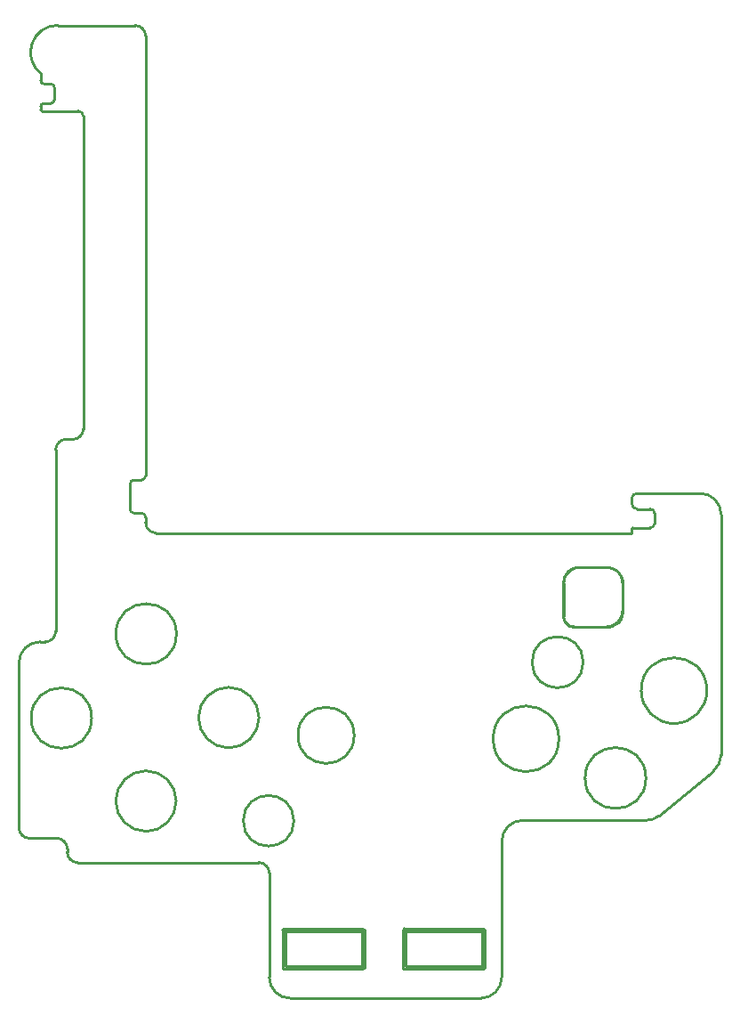
<source format=gko>
G04 Layer: BoardOutline*
G04 EasyEDA v6.4.20.5, 2021-08-18T22:14:52--7:00*
G04 eca6c54442ec4921a630a3887de3cdb3,1286d1f709c949e68cfeef46812bcf49,10*
G04 Gerber Generator version 0.2*
G04 Scale: 100 percent, Rotated: No, Reflected: No *
G04 Dimensions in millimeters *
G04 leading zeros omitted , absolute positions ,4 integer and 5 decimal *
%FSLAX45Y45*%
%MOMM*%

%ADD10C,0.2540*%
D10*
X10464794Y4061294D02*
G01*
X10464794Y3744655D01*
X10877219Y4211294D02*
G01*
X10614797Y4211294D01*
X11027219Y3794655D02*
G01*
X11027219Y4061294D01*
X10564794Y3644653D02*
G01*
X10877219Y3644653D01*
X6586951Y4536500D02*
G01*
X11115184Y4536500D01*
X11115184Y4575944D01*
X11125184Y4585944D02*
G01*
X11291338Y4585944D01*
X11331338Y4625944D02*
G01*
X11331338Y4724227D01*
X11291338Y4764227D02*
G01*
X11165187Y4764227D01*
X11115184Y4814227D02*
G01*
X11115184Y4864227D01*
X11165187Y4914226D02*
G01*
X11764982Y4914226D01*
X11964982Y4714227D02*
G01*
X11964982Y2427825D01*
X11378902Y1849480D02*
G01*
X11892356Y2273632D01*
X11251526Y1803674D02*
G01*
X10077526Y1803674D01*
X9877526Y1603672D02*
G01*
X9877526Y312219D01*
X9677527Y112219D02*
G01*
X7864038Y112219D01*
X7664038Y312219D02*
G01*
X7664038Y1303009D01*
X7564038Y1403009D02*
G01*
X5840856Y1403009D01*
X5740857Y1503009D02*
G01*
X5740857Y1533558D01*
X5640857Y1633557D02*
G01*
X5381617Y1633557D01*
X5281617Y3301535D02*
G01*
X5281617Y1733557D01*
X5481617Y3501534D02*
G01*
X5531617Y3501534D01*
X5631616Y3601534D02*
G01*
X5631616Y5326781D01*
X5731616Y5426781D02*
G01*
X5794159Y5426781D01*
X6486951Y4685169D02*
G01*
X6486951Y4636500D01*
X6446951Y4725169D02*
G01*
X6378501Y4725169D01*
X6338501Y4765169D02*
G01*
X6338501Y5000627D01*
X6378501Y5040627D02*
G01*
X6446951Y5040627D01*
X6486951Y9261980D02*
G01*
X6486951Y9236468D01*
X6486951Y5080627D02*
G01*
X6486951Y9236468D01*
X5647837Y9361980D02*
G01*
X6386951Y9361980D01*
X5894158Y8499795D02*
G01*
X5894158Y5526780D01*
X5498020Y8549794D02*
G01*
X5538020Y8549794D01*
X5488020Y8592756D02*
G01*
X5488020Y8559794D01*
X5538020Y8549794D02*
G01*
X5844159Y8549794D01*
X5587405Y8622756D02*
G01*
X5518020Y8622756D01*
X5617405Y8776393D02*
G01*
X5617405Y8652756D01*
X5488020Y8836393D02*
G01*
X5488020Y8908630D01*
X5518020Y8806393D02*
G01*
X5587405Y8806393D01*
G75*
G01*
X5488021Y8836393D02*
G03*
X5518020Y8806393I29999J0D01*
G75*
G01*
X5617406Y8776393D02*
G03*
X5587406Y8806393I-30000J0D01*
G75*
G01*
X5587406Y8622756D02*
G03*
X5617406Y8652756I0J30000D01*
G75*
G01*
X5518020Y8622756D02*
G03*
X5488021Y8592757I0J-29999D01*
G75*
G01*
X5488021Y8559795D02*
G03*
X5498021Y8549795I9999J0D01*
G75*
G01*
X5894159Y8499795D02*
G03*
X5844159Y8549795I-50000J0D01*
G75*
G01*
X6486952Y9261980D02*
G03*
X6386952Y9361980I-100000J0D01*
G75*
G01*
X6446952Y5040627D02*
G03*
X6486952Y5080627I0J40000D01*
G75*
G01*
X6378501Y5040627D02*
G03*
X6338501Y5000628I0J-39999D01*
G75*
G01*
X6338501Y4765170D02*
G03*
X6378501Y4725170I40000J0D01*
G75*
G01*
X6486952Y4685170D02*
G03*
X6446952Y4725170I-40000J0D01*
G75*
G01*
X6486952Y4636501D02*
G03*
X6586952Y4536501I100000J0D01*
G75*
G01*
X5794159Y5426781D02*
G03*
X5894159Y5526781I0J100000D01*
G75*
G01*
X5731617Y5426781D02*
G03*
X5631617Y5326781I0J-100000D01*
G75*
G01*
X5531617Y3501535D02*
G03*
X5631617Y3601535I0J100000D01*
G75*
G01*
X5481617Y3501535D02*
G03*
X5281618Y3301535I0J-200000D01*
G75*
G01*
X5281618Y1733558D02*
G03*
X5381617Y1633558I99999J0D01*
G75*
G01*
X5740857Y1533558D02*
G03*
X5640857Y1633558I-100000J0D01*
G75*
G01*
X5740857Y1503009D02*
G03*
X5840857Y1403010I100000J0D01*
G75*
G01*
X7664039Y1303010D02*
G03*
X7564039Y1403010I-100000J0D01*
G75*
G01*
X7664039Y312219D02*
G03*
X7864038Y112220I199999J0D01*
G75*
G01*
X9677527Y112220D02*
G03*
X9877527Y312219I0J199999D01*
G75*
G01*
X10077526Y1803674D02*
G03*
X9877527Y1603672I0J-199999D01*
G75*
G01*
X11251527Y1803674D02*
G03*
X11378903Y1849481I1J200000D01*
G75*
G01*
X11892356Y2273633D02*
G03*
X11964982Y2427826I-127373J154194D01*
G75*
G01*
X11964982Y4714227D02*
G03*
X11764983Y4914227I-199999J0D01*
G75*
G01*
X11165187Y4914227D02*
G03*
X11115185Y4864227I-2J-50000D01*
G75*
G01*
X11115185Y4814227D02*
G03*
X11165187Y4764227I50000J0D01*
G75*
G01*
X11331339Y4724227D02*
G03*
X11291339Y4764227I-40000J0D01*
G75*
G01*
X11291339Y4585945D02*
G03*
X11331339Y4625945I0J40000D01*
G75*
G01*
X11125185Y4585945D02*
G03*
X11115185Y4575945I0J-10000D01*
G75*
G01*
X10877220Y3644654D02*
G03*
X11027219Y3794656I0J149999D01*
G75*
G01*
X10464795Y3744656D02*
G03*
X10564795Y3644654I100000J-3D01*
G75*
G01*
X5647825Y9363591D02*
G03*
X5486872Y8907229I2203J-257341D01*
G75*
G01*
X11027219Y4061295D02*
G03*
X10877220Y4211295I-149999J0D01*
G75*
G01*
X10614797Y4211295D02*
G03*
X10464795Y4061295I-2J-150000D01*
G75*
G01*
X5398008Y2776540D02*
G02*
X5973409Y2776540I287701J0D01*
G75*
G01*
X5973409Y2776540D02*
G02*
X5398008Y2776540I-287700J0D01*
X5398008Y2776540D02*
G01*
X5398008Y2776540D01*
G75*
G01*
X6205019Y3576427D02*
G02*
X6780421Y3576427I287701J0D01*
G75*
G01*
X6780421Y3576427D02*
G02*
X6205019Y3576427I-287701J0D01*
X6205019Y3576426D02*
G01*
X6205019Y3576426D01*
G75*
G01*
X6990743Y2781183D02*
G02*
X7566142Y2781183I287699J855D01*
G75*
G01*
X7566142Y2781183D02*
G02*
X6990743Y2781183I-287700J-855D01*
X6990742Y2781183D02*
G01*
X6990742Y2781183D01*
G75*
G01*
X6203239Y1987344D02*
G02*
X6778638Y1987344I287699J855D01*
G75*
G01*
X6778638Y1987344D02*
G02*
X6203239Y1987344I-287700J-855D01*
X6203238Y1987344D02*
G01*
X6203238Y1987344D01*
G75*
G01*
X7937495Y2612573D02*
G02*
X8472508Y2612573I267506J0D01*
G75*
G01*
X8472508Y2612573D02*
G02*
X7937495Y2612573I-267507J0D01*
X7937494Y2612572D02*
G01*
X7937494Y2612572D01*
G75*
G01*
X7416716Y1799788D02*
G02*
X7898168Y1799788I240726J0D01*
G75*
G01*
X7898168Y1799788D02*
G02*
X7416716Y1799788I-240726J0D01*
X7416716Y1799788D02*
G01*
X7416716Y1799788D01*
G75*
G01*
X8568240Y401681D02*
G02*
X8555540Y388981I-12700J0D01*
X8555540Y388980D02*
G01*
X7805539Y388980D01*
G75*
G01*
X7805539Y388981D02*
G02*
X7792839Y401681I0J12700D01*
X7792839Y401680D02*
G01*
X7792839Y761679D01*
G75*
G01*
X7792839Y761680D02*
G02*
X7805539Y774380I12700J0D01*
X7805539Y774379D02*
G01*
X8555540Y774379D01*
G75*
G01*
X8555540Y774380D02*
G02*
X8568240Y761680I0J-12700D01*
X8568240Y761679D02*
G01*
X8568240Y401680D01*
X8568240Y401680D02*
G01*
X8568240Y401680D01*
X8542840Y414380D02*
G01*
X8542840Y748979D01*
X8542840Y748979D02*
G01*
X7818239Y748979D01*
X7818239Y748979D02*
G01*
X7818239Y414380D01*
X7818239Y414380D02*
G01*
X8542840Y414380D01*
X8542840Y414380D02*
G01*
X8568240Y401680D01*
G75*
G01*
X9713445Y401681D02*
G02*
X9700745Y388981I-12700J0D01*
X9700745Y388980D02*
G01*
X8950746Y388980D01*
G75*
G01*
X8950747Y388981D02*
G02*
X8938047Y401681I0J12700D01*
X8938046Y401680D02*
G01*
X8938046Y761679D01*
G75*
G01*
X8938047Y761680D02*
G02*
X8950747Y774380I12700J0D01*
X8950746Y774379D02*
G01*
X9700745Y774379D01*
G75*
G01*
X9700745Y774380D02*
G02*
X9713445Y761680I0J-12700D01*
X9713445Y761679D02*
G01*
X9713445Y401680D01*
X9713445Y401680D02*
G01*
X9713445Y401680D01*
X9688045Y414380D02*
G01*
X9688045Y748979D01*
X9688045Y748979D02*
G01*
X8963446Y748979D01*
X8963446Y748979D02*
G01*
X8963446Y414380D01*
X8963446Y414380D02*
G01*
X9688045Y414380D01*
X9688045Y414380D02*
G01*
X9713445Y401680D01*
G75*
G01*
X9795817Y2579119D02*
G02*
X10421216Y2579119I312700J0D01*
G75*
G01*
X10421216Y2579119D02*
G02*
X9795817Y2579119I-312699J0D01*
X9795817Y2579118D02*
G01*
X9795817Y2579118D01*
G75*
G01*
X10165845Y3307552D02*
G02*
X10652280Y3307552I243217J0D01*
G75*
G01*
X10652280Y3307552D02*
G02*
X10165845Y3307552I-243218J0D01*
X10165844Y3307552D02*
G01*
X10165844Y3307552D01*
G75*
G01*
X11204760Y3037241D02*
G02*
X11830159Y3037241I312700J0D01*
G75*
G01*
X11830159Y3037241D02*
G02*
X11204760Y3037241I-312699J-1D01*
X11204760Y3037240D02*
G01*
X11204760Y3037240D01*
G75*
G01*
X10670446Y2206404D02*
G02*
X11249703Y2206404I289629J0D01*
G75*
G01*
X11249703Y2206404D02*
G02*
X10670446Y2206404I-289628J0D01*
X10670446Y2206404D02*
G01*
X10670446Y2206404D01*
X11010978Y4126989D02*
G01*
X11017978Y4110992D01*
X11017978Y4110992D02*
G01*
X11025977Y4080992D01*
X11025977Y4080992D02*
G01*
X11025977Y3780993D01*
X11025977Y3780993D02*
G01*
X11019977Y3750993D01*
X11019977Y3750993D02*
G01*
X11009977Y3722992D01*
X11009977Y3722992D02*
G01*
X10998977Y3703993D01*
X10998977Y3703993D02*
G01*
X10986978Y3687993D01*
X10986978Y3687993D02*
G01*
X10952977Y3664991D01*
X10952977Y3664991D02*
G01*
X10923978Y3649992D01*
X10923978Y3649992D02*
G01*
X10890978Y3642992D01*
X10890978Y3642992D02*
G01*
X10742978Y3640993D01*
X10742978Y3640993D02*
G01*
X10556979Y3640993D01*
X10556979Y3640993D02*
G01*
X10535978Y3647993D01*
X10535978Y3647993D02*
G01*
X10515978Y3655992D01*
X10515978Y3655992D02*
G01*
X10498978Y3669992D01*
X10498978Y3669992D02*
G01*
X10483979Y3686992D01*
X10483979Y3686992D02*
G01*
X10472978Y3704991D01*
X10472978Y3704991D02*
G01*
X10464980Y3726992D01*
X10464980Y3726992D02*
G01*
X10463979Y3733993D01*
X10463979Y3733993D02*
G01*
X10463979Y4058991D01*
X10463979Y4058991D02*
G01*
X10466979Y4085991D01*
X10466979Y4085991D02*
G01*
X10472978Y4113992D01*
X10472978Y4113992D02*
G01*
X10481978Y4133992D01*
X10481978Y4133992D02*
G01*
X10495978Y4153992D01*
X10495978Y4153992D02*
G01*
X10516979Y4174990D01*
X10516979Y4174990D02*
G01*
X10543979Y4193992D01*
X10543979Y4193992D02*
G01*
X10563979Y4202991D01*
X10563979Y4202991D02*
G01*
X10589978Y4209991D01*
X10589978Y4209991D02*
G01*
X10888977Y4211990D01*
X10888977Y4211990D02*
G01*
X10924979Y4203992D01*
X10924979Y4203992D02*
G01*
X10961977Y4186991D01*
X10961977Y4186991D02*
G01*
X10983978Y4167992D01*
X10983978Y4167992D02*
G01*
X10997979Y4149991D01*
X10997979Y4149991D02*
G01*
X11010978Y4126989D01*
X11010978Y4126989D02*
G01*
X11010978Y4126989D01*
X8942981Y765997D02*
G01*
X9704981Y766998D01*
X9704981Y766998D02*
G01*
X9704798Y397697D01*
X9704798Y397697D02*
G01*
X9705797Y396699D01*
X9705797Y396699D02*
G01*
X8939799Y396699D01*
X8939799Y396699D02*
G01*
X8939799Y446018D01*
X8939799Y446018D02*
G01*
X8937617Y448200D01*
X8937617Y448200D02*
G01*
X8942981Y765997D01*
X8558982Y395998D02*
G01*
X7796982Y391998D01*
X7796982Y391998D02*
G01*
X7796166Y765299D01*
X7796166Y765299D02*
G01*
X7795168Y766297D01*
X7795168Y766297D02*
G01*
X8561166Y766297D01*
X8561166Y766297D02*
G01*
X8561166Y716978D01*
X8561166Y716978D02*
G01*
X8563348Y714796D01*
X8563348Y714796D02*
G01*
X8558982Y395998D01*

%LPD*%
M02*

</source>
